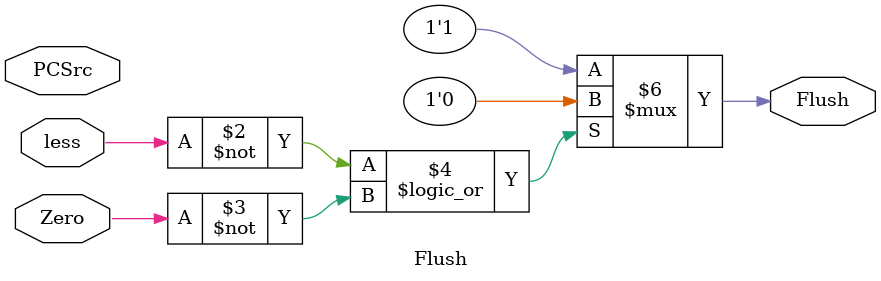
<source format=v>
module Flush(
    input Zero,
    input less,
    input[2:0] PCSrc,
    output reg Flush
);

always @ (*)
    begin
        if(less == 0 || Zero == 0)
            Flush <= 1'b0;
        else
            Flush <= 1'b1;
    end

endmodule

</source>
